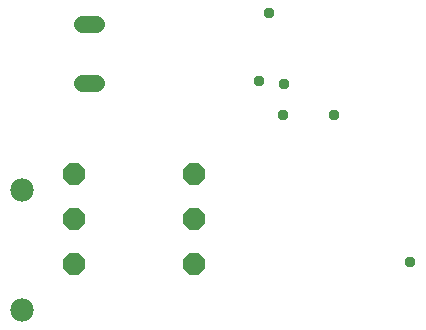
<source format=gbr>
G04 EAGLE Gerber RS-274X export*
G75*
%MOMM*%
%FSLAX34Y34*%
%LPD*%
%INSoldermask Bottom*%
%IPPOS*%
%AMOC8*
5,1,8,0,0,1.08239X$1,22.5*%
G01*
%ADD10C,1.981200*%
%ADD11C,1.411200*%
%ADD12P,2.034460X8X22.500000*%
%ADD13P,2.034460X8X202.500000*%
%ADD14C,0.959600*%


D10*
X38100Y20320D03*
X38100Y121920D03*
D11*
X89210Y262490D02*
X101290Y262490D01*
X101290Y212490D02*
X89210Y212490D01*
D12*
X82550Y59690D03*
X184150Y59690D03*
D13*
X184150Y97790D03*
X82550Y97790D03*
D12*
X82550Y135890D03*
X184150Y135890D03*
D14*
X260350Y212090D03*
X238760Y214630D03*
X367030Y60960D03*
X259080Y185420D03*
X247650Y271780D03*
X302260Y185420D03*
M02*

</source>
